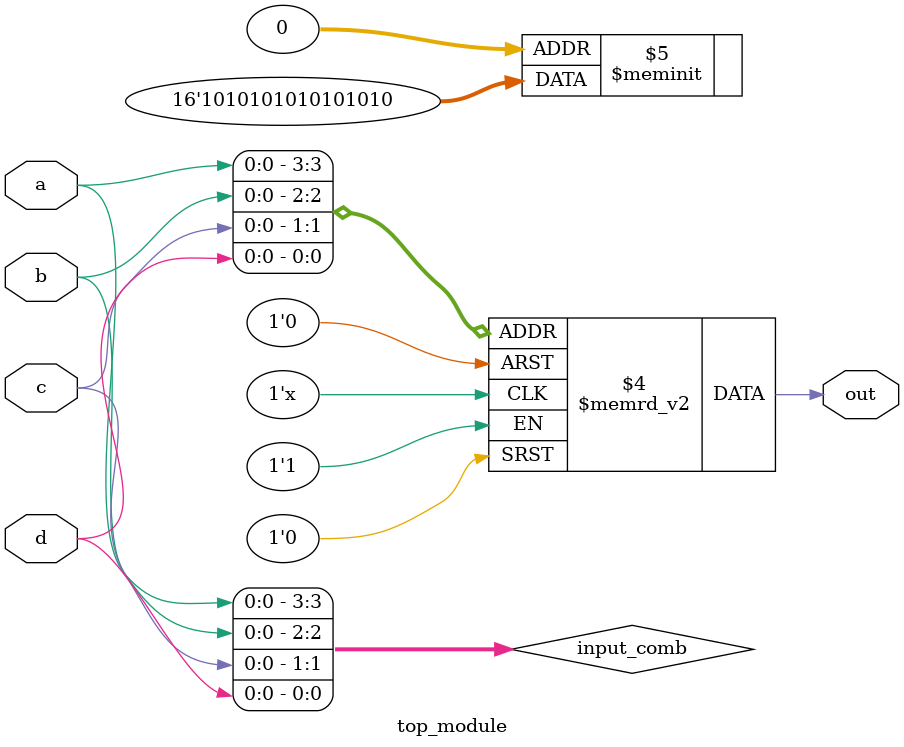
<source format=sv>
module top_module (
    input a, 
    input b,
    input c,
    input d,
    output reg out
);

// Input combination
reg [3:0] input_comb;

always @* begin
    // Combine the input bits into a 4-bit vector
    input_comb = {a, b, c, d};

    // Determine the output based on the input combination
    case(input_comb)
        4'b0000: out = 1'b0;
        4'b0001: out = 1'b1; // This line was incorrect
        4'b0010: out = 1'b0;
        4'b0011: out = 1'b1; // This line was incorrect
        4'b0100: out = 1'b0;
        4'b0101: out = 1'b1; // This line was incorrect
        4'b0110: out = 1'b0;
        4'b0111: out = 1'b1; // This line was incorrect
        4'b1000: out = 1'b0;
        4'b1001: out = 1'b1; // This line was incorrect
        4'b1010: out = 1'b0;
        4'b1011: out = 1'b1; // This line was incorrect
        4'b1100: out = 1'b0;
        4'b1101: out = 1'b1; // This line was incorrect
        4'b1110: out = 1'b0;
        4'b1111: out = 1'b1; // This line was incorrect
    endcase
end

endmodule

</source>
